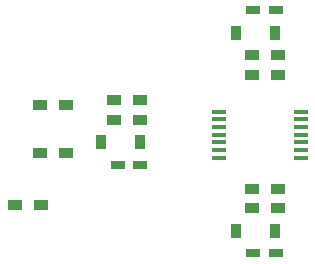
<source format=gbr>
G04 #@! TF.FileFunction,Paste,Bot*
%FSLAX46Y46*%
G04 Gerber Fmt 4.6, Leading zero omitted, Abs format (unit mm)*
G04 Created by KiCad (PCBNEW 4.0.6) date 11/25/17 14:25:30*
%MOMM*%
%LPD*%
G01*
G04 APERTURE LIST*
%ADD10C,0.100000*%
%ADD11R,0.900000X1.200000*%
%ADD12R,1.200000X0.400000*%
%ADD13R,1.200000X0.900000*%
%ADD14R,1.200000X0.750000*%
G04 APERTURE END LIST*
D10*
D11*
X113950600Y-103715400D03*
X117250600Y-103715400D03*
D12*
X123960600Y-105030400D03*
X123960600Y-104380400D03*
X123960600Y-103730400D03*
X123960600Y-103080400D03*
X123960600Y-102430400D03*
X123960600Y-101780400D03*
X123960600Y-101130400D03*
X130860600Y-101130400D03*
X130860600Y-101780400D03*
X130860600Y-102430400D03*
X130860600Y-103080400D03*
X130860600Y-103730400D03*
X130860600Y-104380400D03*
X130860600Y-105030400D03*
D13*
X126691600Y-96349400D03*
X128891600Y-96349400D03*
X126691600Y-98000400D03*
X128891600Y-98000400D03*
D14*
X128741600Y-92539400D03*
X126841600Y-92539400D03*
D11*
X128679600Y-94444400D03*
X125379600Y-94444400D03*
X128679600Y-111208400D03*
X125379600Y-111208400D03*
D13*
X126691600Y-109303400D03*
X128891600Y-109303400D03*
D14*
X128741600Y-113113400D03*
X126841600Y-113113400D03*
X115350600Y-105620400D03*
X117250600Y-105620400D03*
D13*
X126691600Y-107652400D03*
X128891600Y-107652400D03*
X115050600Y-101810400D03*
X117250600Y-101810400D03*
X115050600Y-100159400D03*
X117250600Y-100159400D03*
X110984600Y-100540400D03*
X108784600Y-100540400D03*
X110984600Y-104604400D03*
X108784600Y-104604400D03*
X108825600Y-109049400D03*
X106625600Y-109049400D03*
M02*

</source>
